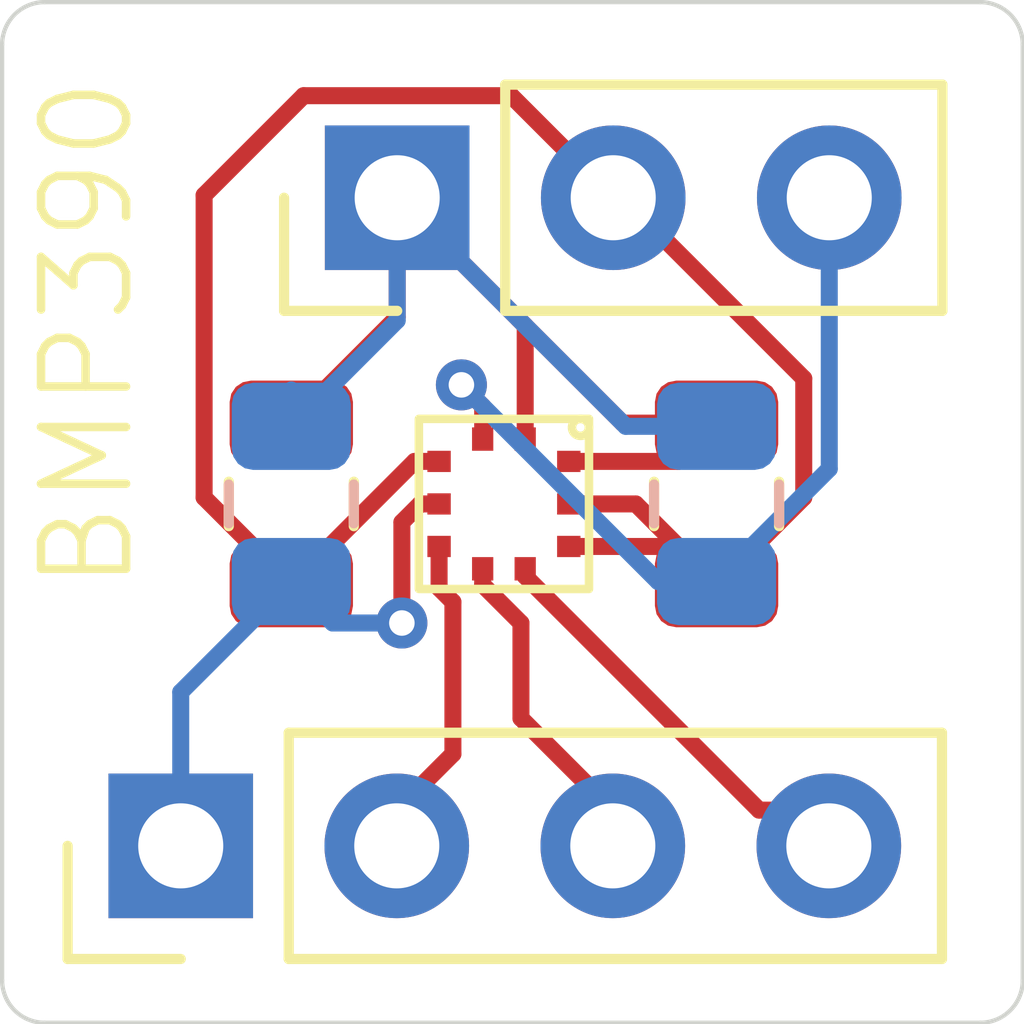
<source format=kicad_pcb>
(kicad_pcb (version 20221018) (generator pcbnew)
  (layers (0 "F.Cu" signal) (31 "B.Cu" signal) (34 "B.Paste" user) (35 "F.Paste" user) (36 "B.SilkS" user "B.Silkscreen") (37 "F.SilkS" user "F.Silkscreen") (38 "B.Mask" user) (39 "F.Mask" user) (44 "Edge.Cuts" user))
  (net 0 "")
  (net 1 "+3.3V")
  (net 2 "/SCL")
  (net 3 "GND")
  (net 4 "/SDA")
  (net 5 "/CSB")
  (net 6 "/INT")
  (net 7 "/I2C_ADDR")
  (footprint "Connector_PinHeader_2.54mm:PinHeader_1x03_P2.54mm_Vertical" (layer "F.Cu") (at 143.645 85.8 90)
    (fp_text reference "J2" hide)
    (fp_text value "Conn_01x03_Pin" hide)
    (fp_line (start -1.33 -1.33) (end 0 -1.33) (stroke (width 0.12)) (layer "F.SilkS"))
    (fp_line (start -1.33 0) (end -1.33 -1.33) (stroke (width 0.12)) (layer "F.SilkS"))
    (fp_line (start -1.33 1.27) (end -1.33 6.41) (stroke (width 0.12)) (layer "F.SilkS"))
    (fp_line (start -1.33 1.27) (end 1.33 1.27) (stroke (width 0.12)) (layer "F.SilkS"))
    (fp_line (start -1.33 6.41) (end 1.33 6.41) (stroke (width 0.12)) (layer "F.SilkS"))
    (fp_line (start 1.33 1.27) (end 1.33 6.41) (stroke (width 0.12)) (layer "F.SilkS"))
    (pad "1" thru_hole rect (at 0 0 90) (size 1.7 1.7) (drill 1) (layers "*.Cu" "*.Mask") (net 1 "+3.3V"))
    (pad "2" thru_hole oval (at 0 2.54 90) (size 1.7 1.7) (drill 1) (layers "*.Cu" "*.Mask") (net 3 "GND"))
    (pad "3" thru_hole oval (at 0 5.08 90) (size 1.7 1.7) (drill 1) (layers "*.Cu" "*.Mask") (net 2 "/SCL"))
  )
  (footprint "Capacitor_SMD:C_0805_2012Metric" (layer "F.Cu") (at 142.4 89.4 -90)
    (fp_text reference "C3" hide)
    (fp_text value "100nF" hide)
    (fp_line (start -0.261252 -0.735) (end 0.261252 -0.735) (stroke (width 0.12)) (layer "F.SilkS"))
    (fp_line (start -0.261252 0.735) (end 0.261252 0.735) (stroke (width 0.12)) (layer "F.SilkS"))
    (pad "1" smd roundrect (at -0.95 0 270) (size 1 1.45) (layers "F.Cu" "F.Paste" "F.Mask") (net 1 "+3.3V"))
    (pad "2" smd roundrect (at 0.95 0 270) (size 1 1.45) (layers "F.Cu" "F.Paste" "F.Mask") (net 3 "GND"))
  )
  (footprint "Capacitor_SMD:C_0805_2012Metric" (layer "F.Cu") (at 147.4 89.4 -90)
    (fp_text reference "C4" hide)
    (fp_text value "100nF")
    (fp_line (start -0.261252 -0.735) (end 0.261252 -0.735) (stroke (width 0.12)) (layer "F.SilkS"))
    (fp_line (start -0.261252 0.735) (end 0.261252 0.735) (stroke (width 0.12)) (layer "F.SilkS"))
    (pad "1" smd roundrect (at -0.95 0 270) (size 1 1.45) (layers "F.Cu" "F.Paste" "F.Mask") (net 1 "+3.3V"))
    (pad "2" smd roundrect (at 0.95 0 270) (size 1 1.45) (layers "F.Cu" "F.Paste" "F.Mask") (net 3 "GND"))
  )
  (footprint "Avionics:BMP390" (layer "F.Cu") (at 144.9 89.4)
    (fp_text reference "BMP390" (at -4.9 -2 90 unlocked) (layer "F.SilkS") (effects (font (thickness 0.1))))
    (fp_text value "~" hide)
    (fp_rect (start -1 -1) (end 1 1) (stroke (width 0.1)) (fill none) (layer "F.SilkS"))
    (fp_circle (center 0.9 -0.9) (end 1 -0.9) (stroke (width 0.1)) (fill none) (layer "F.SilkS"))
    (pad "1" smd rect (at 0.25 -0.7625) (size 0.25 0.275) (layers "F.Cu" "F.Paste" "F.Mask") (net 1 "+3.3V"))
    (pad "2" smd rect (at -0.25 -0.7625) (size 0.25 0.275) (layers "F.Cu" "F.Paste" "F.Mask") (net 2 "/SCL"))
    (pad "3" smd rect (at -0.7625 -0.5 90) (size 0.25 0.275) (layers "F.Cu" "F.Paste" "F.Mask") (net 3 "GND"))
    (pad "4" smd rect (at -0.7625 0 90) (size 0.25 0.275) (layers "F.Cu" "F.Paste" "F.Mask") (net 4 "/SDA"))
    (pad "5" smd rect (at -0.7625 0.5 90) (size 0.25 0.275) (layers "F.Cu" "F.Paste" "F.Mask") (net 7 "/I2C_ADDR"))
    (pad "6" smd rect (at -0.25 0.7625) (size 0.25 0.275) (layers "F.Cu" "F.Paste" "F.Mask") (net 5 "/CSB"))
    (pad "7" smd rect (at 0.25 0.7625) (size 0.25 0.275) (layers "F.Cu" "F.Paste" "F.Mask") (net 6 "/INT"))
    (pad "8" smd rect (at 0.7625 0.5 90) (size 0.25 0.275) (layers "F.Cu" "F.Paste" "F.Mask") (net 3 "GND"))
    (pad "9" smd rect (at 0.7625 0 90) (size 0.25 0.275) (layers "F.Cu" "F.Paste" "F.Mask") (net 3 "GND"))
    (pad "10" smd rect (at 0.7625 -0.5 90) (size 0.25 0.275) (layers "F.Cu" "F.Paste" "F.Mask") (net 1 "+3.3V"))
  )
  (footprint "Connector_PinHeader_2.54mm:PinHeader_1x04_P2.54mm_Vertical" (layer "F.Cu") (at 141.1 93.42 90)
    (fp_text reference "J1" hide)
    (fp_text value "Conn_01x04_Pin" hide)
    (fp_line (start -1.33 -1.33) (end 0 -1.33) (stroke (width 0.12)) (layer "F.SilkS"))
    (fp_line (start -1.33 0) (end -1.33 -1.33) (stroke (width 0.12)) (layer "F.SilkS"))
    (fp_line (start -1.33 1.27) (end -1.33 8.95) (stroke (width 0.12)) (layer "F.SilkS"))
    (fp_line (start -1.33 1.27) (end 1.33 1.27) (stroke (width 0.12)) (layer "F.SilkS"))
    (fp_line (start -1.33 8.95) (end 1.33 8.95) (stroke (width 0.12)) (layer "F.SilkS"))
    (fp_line (start 1.33 1.27) (end 1.33 8.95) (stroke (width 0.12)) (layer "F.SilkS"))
    (pad "1" thru_hole rect (at 0 0 90) (size 1.7 1.7) (drill 1) (layers "*.Cu" "*.Mask") (net 4 "/SDA"))
    (pad "2" thru_hole oval (at 0 2.54 90) (size 1.7 1.7) (drill 1) (layers "*.Cu" "*.Mask") (net 7 "/I2C_ADDR"))
    (pad "3" thru_hole oval (at 0 5.08 90) (size 1.7 1.7) (drill 1) (layers "*.Cu" "*.Mask") (net 5 "/CSB"))
    (pad "4" thru_hole oval (at 0 7.62 90) (size 1.7 1.7) (drill 1) (layers "*.Cu" "*.Mask") (net 6 "/INT"))
  )
  (footprint "Resistor_SMD:R_0805_2012Metric" (layer "B.Cu") (at 147.4 89.4 90)
    (fp_text reference "R1" hide)
    (fp_text value "4.7k")
    (fp_line (start -0.227064 -0.735) (end 0.227064 -0.735) (stroke (width 0.12)) (layer "B.SilkS"))
    (fp_line (start -0.227064 0.735) (end 0.227064 0.735) (stroke (width 0.12)) (layer "B.SilkS"))
    (pad "1" smd roundrect (at -0.9125 0 90) (size 1.025 1.4) (layers "B.Cu" "B.Paste" "B.Mask") (roundrect_rratio 0.243902) (net 2 "/SCL"))
    (pad "2" smd roundrect (at 0.9125 0 90) (size 1.025 1.4) (layers "B.Cu" "B.Paste" "B.Mask") (roundrect_rratio 0.243902) (net 1 "+3.3V"))
  )
  (footprint "Resistor_SMD:R_0805_2012Metric" (layer "B.Cu") (at 142.4 89.4 90)
    (fp_text reference "R2" hide)
    (fp_text value "4.7k")
    (fp_line (start -0.227064 -0.735) (end 0.227064 -0.735) (stroke (width 0.12)) (layer "B.SilkS"))
    (fp_line (start -0.227064 0.735) (end 0.227064 0.735) (stroke (width 0.12)) (layer "B.SilkS"))
    (pad "1" smd roundrect (at -0.9125 0 90) (size 1.025 1.4) (layers "B.Cu" "B.Paste" "B.Mask") (roundrect_rratio 0.243902) (net 4 "/SDA"))
    (pad "2" smd roundrect (at 0.9125 0 90) (size 1.025 1.4) (layers "B.Cu" "B.Paste" "B.Mask") (roundrect_rratio 0.243902) (net 1 "+3.3V"))
  )
  (gr_line (start 139 84) (end 139 95) (stroke (width 0.05)) (layer "Edge.Cuts"))
  (gr_line (start 139.5 95.5) (end 150.5 95.5) (stroke (width 0.05)) (layer "Edge.Cuts"))
  (gr_line (start 151 95) (end 151 84) (stroke (width 0.05)) (layer "Edge.Cuts"))
  (gr_line (start 150.5 83.5) (end 139.5 83.5) (stroke (width 0.05)) (layer "Edge.Cuts"))
  (gr_arc (start 151 95) (mid 150.853553 95.353553) (end 150.5 95.5) (stroke (width 0.05)) (layer "Edge.Cuts"))
  (gr_arc (start 150.5 83.5) (mid 150.853553 83.646447) (end 151 84) (stroke (width 0.05)) (layer "Edge.Cuts"))
  (gr_arc (start 139.5 95.5) (mid 139.146447 95.353553) (end 139 95) (stroke (width 0.05)) (layer "Edge.Cuts"))
  (gr_arc (start 139 84) (mid 139.146447 83.646447) (end 139.5 83.5) (stroke (width 0.05)) (layer "Edge.Cuts"))
  (segment (start 145.0725 87.2275) (end 143.645 85.8) (width 0.2) (layer "F.Cu") (net 1))
  (segment (start 145.6625 88.9) (end 146.95 88.9) (width 0.2) (layer "F.Cu") (net 1))
  (segment (start 142.4 88.45) (end 142.36 88.41) (width 0.2) (layer "F.Cu") (net 1))
  (segment (start 147.4 88.45) (end 146.295 88.45) (width 0.2) (layer "F.Cu") (net 1))
  (segment (start 143.645 87.205) (end 143.645 85.8) (width 0.2) (layer "F.Cu") (net 1))
  (segment (start 145.15 87.305) (end 145.0725 87.2275) (width 0.2) (layer "F.Cu") (net 1))
  (segment (start 142.4 88.45) (end 143.645 87.205) (width 0.2) (layer "F.Cu") (net 1))
  (segment (start 146.95 88.9) (end 147.4 88.45) (width 0.2) (layer "F.Cu") (net 1))
  (segment (start 142.4 88.45) (end 142.4 88.3) (width 0.2) (layer "F.Cu") (net 1))
  (segment (start 146.295 88.45) (end 145.0725 87.2275) (width 0.2) (layer "F.Cu") (net 1))
  (segment (start 145.15 88.6375) (end 145.15 87.305) (width 0.2) (layer "F.Cu") (net 1))
  (segment (start 146.3325 88.4875) (end 143.645 85.8) (width 0.2) (layer "B.Cu") (net 1))
  (segment (start 142.4 88.4875) (end 143.645 87.2425) (width 0.2) (layer "B.Cu") (net 1))
  (segment (start 142.4 88.4875) (end 142.4 88.06) (width 0.2) (layer "B.Cu") (net 1))
  (segment (start 147.4 88.4875) (end 146.3325 88.4875) (width 0.2) (layer "B.Cu") (net 1))
  (segment (start 147.4 88.4875) (end 147.4 88.3) (width 0.2) (layer "B.Cu") (net 1))
  (segment (start 143.645 87.2425) (end 143.645 85.8) (width 0.2) (layer "B.Cu") (net 1))
  (segment (start 144.65 88.6375) (end 144.65 88.25) (width 0.2) (layer "F.Cu") (net 2))
  (segment (start 144.65 88.25) (end 144.4 88) (width 0.2) (layer "F.Cu") (net 2))
  (via (at 144.4 88) (size 0.6) (drill 0.3) (layers "F.Cu" "B.Cu") (net 2))
  (segment (start 144.4 88) (end 146.7125 90.3125) (width 0.2) (layer "B.Cu") (net 2))
  (segment (start 146.7125 90.3125) (end 147.4 90.3125) (width 0.2) (layer "B.Cu") (net 2))
  (segment (start 147.4 90.3125) (end 148.725 88.9875) (width 0.2) (layer "B.Cu") (net 2))
  (segment (start 148.725 88.9875) (end 148.725 85.8) (width 0.2) (layer "B.Cu") (net 2))
  (segment (start 146.95 89.9) (end 147.4 90.35) (width 0.2) (layer "F.Cu") (net 3))
  (segment (start 147.4 90.35) (end 148.425 89.325) (width 0.2) (layer "F.Cu") (net 3))
  (segment (start 143.85 88.9) (end 144.1375 88.9) (width 0.2) (layer "F.Cu") (net 3))
  (segment (start 148.425 89.325) (end 148.425 87.925) (width 0.2) (layer "F.Cu") (net 3))
  (segment (start 144.985 84.6) (end 146.185 85.8) (width 0.2) (layer "F.Cu") (net 3))
  (segment (start 141.375 85.77) (end 142.545 84.6) (width 0.2) (layer "F.Cu") (net 3))
  (segment (start 142.545 84.6) (end 144.985 84.6) (width 0.2) (layer "F.Cu") (net 3))
  (segment (start 141.375 89.325) (end 141.375 85.77) (width 0.2) (layer "F.Cu") (net 3))
  (segment (start 146.45 89.4) (end 147.4 90.35) (width 0.2) (layer "F.Cu") (net 3))
  (segment (start 146.3 85.8) (end 146.185 85.8) (width 0.2) (layer "F.Cu") (net 3))
  (segment (start 142.4 90.35) (end 143.85 88.9) (width 0.2) (layer "F.Cu") (net 3))
  (segment (start 148.425 87.925) (end 146.3 85.8) (width 0.2) (layer "F.Cu") (net 3))
  (segment (start 145.6625 89.9) (end 146.95 89.9) (width 0.2) (layer "F.Cu") (net 3))
  (segment (start 145.6625 89.4) (end 146.45 89.4) (width 0.2) (layer "F.Cu") (net 3))
  (segment (start 142.4 90.35) (end 141.375 89.325) (width 0.2) (layer "F.Cu") (net 3))
  (segment (start 143.915686 89.4) (end 143.7 89.615686) (width 0.2) (layer "F.Cu") (net 4))
  (segment (start 143.7 89.615686) (end 143.7 90.8) (width 0.2) (layer "F.Cu") (net 4))
  (segment (start 144.1375 89.4) (end 143.915686 89.4) (width 0.2) (layer "F.Cu") (net 4))
  (via (at 143.7 90.8) (size 0.6) (drill 0.3) (layers "F.Cu" "B.Cu") (net 4))
  (segment (start 142.4 90.3125) (end 141.1 91.6125) (width 0.2) (layer "B.Cu") (net 4))
  (segment (start 142.8875 90.8) (end 142.4 90.3125) (width 0.2) (layer "B.Cu") (net 4))
  (segment (start 141.1 91.6125) (end 141.1 93) (width 0.2) (layer "B.Cu") (net 4))
  (segment (start 143.7 90.8) (end 142.8875 90.8) (width 0.2) (layer "B.Cu") (net 4))
  (segment (start 144.65 90.35) (end 145.1 90.8) (width 0.2) (layer "F.Cu") (net 5))
  (segment (start 144.65 90.1625) (end 144.65 90.35) (width 0.2) (layer "F.Cu") (net 5))
  (segment (start 145.1 90.8) (end 145.1 91.92) (width 0.2) (layer "F.Cu") (net 5))
  (segment (start 145.1 91.92) (end 146.18 93) (width 0.2) (layer "F.Cu") (net 5))
  (segment (start 145.15 90.1625) (end 145.15 90.25) (width 0.2) (layer "F.Cu") (net 6))
  (segment (start 145.15 90.25) (end 147.9 93) (width 0.2) (layer "F.Cu") (net 6))
  (segment (start 147.9 93) (end 148.72 93) (width 0.2) (layer "F.Cu") (net 6))
  (segment (start 144.1375 89.9) (end 144.1375 90.388971) (width 0.2) (layer "F.Cu") (net 7))
  (segment (start 144.3 92.34) (end 143.64 93) (width 0.2) (layer "F.Cu") (net 7))
  (segment (start 144.1375 90.388971) (end 144.3 90.551471) (width 0.2) (layer "F.Cu") (net 7))
  (segment (start 144.3 90.551471) (end 144.3 92.34) (width 0.2) (layer "F.Cu") (net 7))
)
</source>
